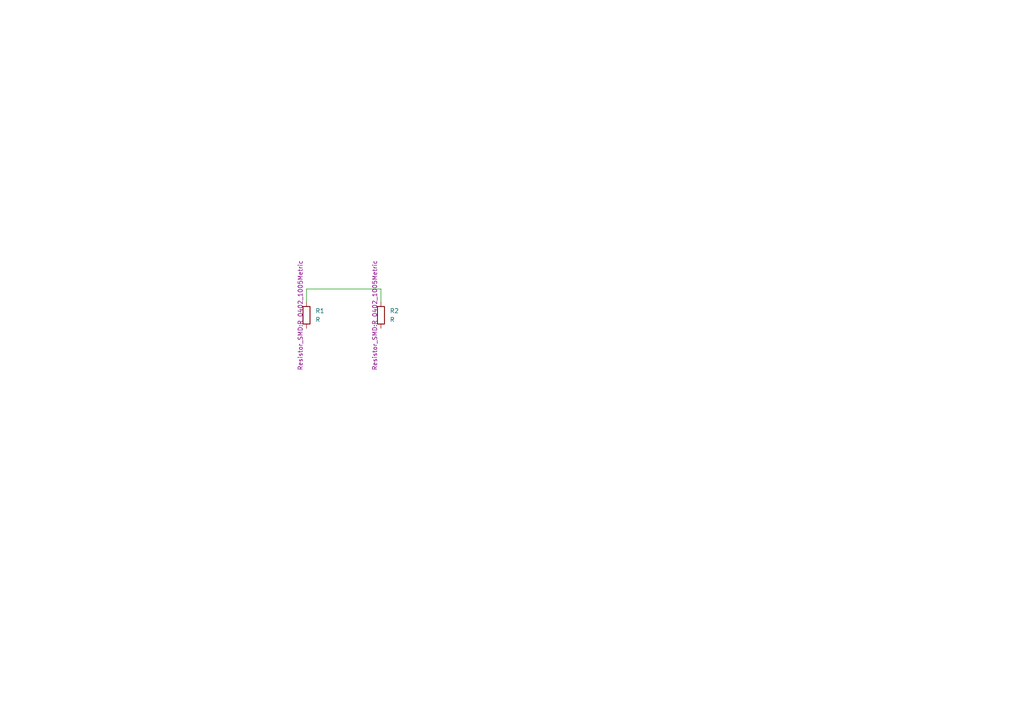
<source format=kicad_sch>
(kicad_sch (version 20250114) (generator "eeschema") (generator_version "9.0")
  (paper "A4")
  (lib_symbols
    (symbol "Device:R" (pin_numbers (hide yes)) (pin_names (offset 0))
      (property "Reference" "R" (at 2.032 0 90))
      (property "Value" "R" (at 0 0 90))
      (symbol "R_0_1"
        (rectangle (start -1.016 -2.54) (end 1.016 2.54) (stroke (width 0.254)))
      )
      (symbol "R_1_1"
        (pin passive line (at 0 3.81 270) (length 1.27) (name "~") (number "1"))
        (pin passive line (at 0 -3.81 90) (length 1.27) (name "~") (number "2"))
      )
    )
  )
  (wire (pts (xy 88.9 87.63) (xy 88.9 83.82)))
  (wire (pts (xy 110.49 83.82) (xy 110.49 87.63)))
  (wire (pts (xy 88.9 83.82) (xy 110.49 83.82)))
  (symbol (lib_id "Device:R") (at 110.49 91.44 0) (unit 1)
    (property "Reference" "R2" (at 113.03 90.1699 0) (effects (justify left)))
    (property "Value" "R" (at 113.03 92.7099 0) (effects (justify left)))
    (property "Footprint" "Resistor_SMD:R_0402_1005Metric" (at 108.712 91.44 90))
    (property "Description" "Resistor" (effects (hide yes)))
  )
  (symbol (lib_id "Device:R") (at 88.9 91.44 0) (unit 1)
    (property "Reference" "R1" (at 91.44 90.1699 0) (effects (justify left)))
    (property "Value" "R" (at 91.44 92.7099 0) (effects (justify left)))
    (property "Footprint" "Resistor_SMD:R_0402_1005Metric" (at 87.122 91.44 90))
    (property "Description" "Resistor" (effects (hide yes)))
  )
)
</source>
